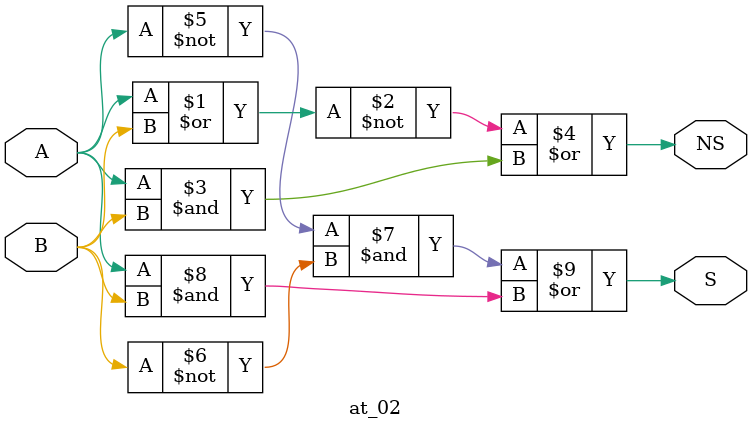
<source format=v>
module at_02(
    input A, B,
    output NS, S
);

assign NS = ~(A | B) | (A & B);
assign S = (~A & ~B) | (A & B);
    
endmodule
</source>
